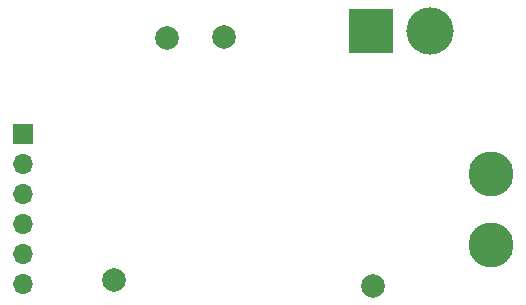
<source format=gbs>
G04 #@! TF.GenerationSoftware,KiCad,Pcbnew,8.0.1*
G04 #@! TF.CreationDate,2024-09-12T17:08:19-04:00*
G04 #@! TF.ProjectId,cutdown,63757464-6f77-46e2-9e6b-696361645f70,rev?*
G04 #@! TF.SameCoordinates,Original*
G04 #@! TF.FileFunction,Soldermask,Bot*
G04 #@! TF.FilePolarity,Negative*
%FSLAX46Y46*%
G04 Gerber Fmt 4.6, Leading zero omitted, Abs format (unit mm)*
G04 Created by KiCad (PCBNEW 8.0.1) date 2024-09-12 17:08:19*
%MOMM*%
%LPD*%
G01*
G04 APERTURE LIST*
%ADD10C,2.000000*%
%ADD11R,3.800000X3.800000*%
%ADD12C,4.000000*%
%ADD13C,3.800000*%
%ADD14R,1.700000X1.700000*%
%ADD15O,1.700000X1.700000*%
G04 APERTURE END LIST*
D10*
X132500000Y-93500000D03*
X150000000Y-114500000D03*
X137324129Y-93421197D03*
D11*
X149800000Y-92900000D03*
D12*
X154800000Y-92900000D03*
D13*
X160000000Y-105000000D03*
D14*
X120300000Y-101650000D03*
D15*
X120300000Y-104190000D03*
X120300000Y-106730000D03*
X120300000Y-109270000D03*
X120300000Y-111810000D03*
X120300000Y-114350000D03*
D10*
X128000000Y-114000000D03*
D13*
X160000000Y-111000000D03*
M02*

</source>
